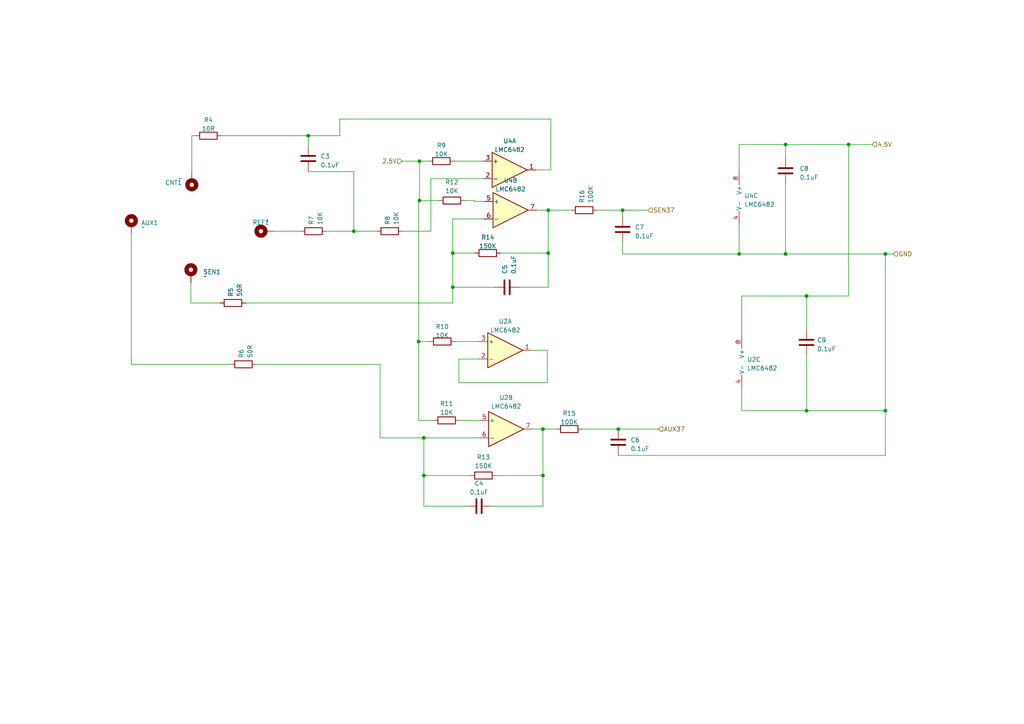
<source format=kicad_sch>
(kicad_sch (version 20230121) (generator eeschema)

  (uuid 0733ce5f-2cf3-4e4b-9766-f6fdc42d514b)

  (paper "A4")

  (lib_symbols
    (symbol "Amplifier_Operational:LMC6482" (pin_names (offset 0.127)) (in_bom yes) (on_board yes)
      (property "Reference" "U" (at 0 5.08 0)
        (effects (font (size 1.27 1.27)) (justify left))
      )
      (property "Value" "LMC6482" (at 0 -5.08 0)
        (effects (font (size 1.27 1.27)) (justify left))
      )
      (property "Footprint" "" (at 0 0 0)
        (effects (font (size 1.27 1.27)) hide)
      )
      (property "Datasheet" "http://www.ti.com/lit/ds/symlink/lmc6482.pdf" (at 0 0 0)
        (effects (font (size 1.27 1.27)) hide)
      )
      (property "ki_locked" "" (at 0 0 0)
        (effects (font (size 1.27 1.27)))
      )
      (property "ki_keywords" "dual opamp" (at 0 0 0)
        (effects (font (size 1.27 1.27)) hide)
      )
      (property "ki_description" "Dual CMOS Rail-to-Rail Input and Output Operational Amplifier, DIP-8/SOIC-8, SSOP-8" (at 0 0 0)
        (effects (font (size 1.27 1.27)) hide)
      )
      (property "ki_fp_filters" "SOIC*3.9x4.9mm*P1.27mm* DIP*W7.62mm* TO*99* OnSemi*Micro8* TSSOP*3x3mm*P0.65mm* TSSOP*4.4x3mm*P0.65mm* MSOP*3x3mm*P0.65mm* SSOP*3.9x4.9mm*P0.635mm* LFCSP*2x2mm*P0.5mm* *SIP* SOIC*5.3x6.2mm*P1.27mm*" (at 0 0 0)
        (effects (font (size 1.27 1.27)) hide)
      )
      (symbol "LMC6482_1_1"
        (polyline
          (pts
            (xy -5.08 5.08)
            (xy 5.08 0)
            (xy -5.08 -5.08)
            (xy -5.08 5.08)
          )
          (stroke (width 0.254) (type default))
          (fill (type background))
        )
        (pin output line (at 7.62 0 180) (length 2.54)
          (name "~" (effects (font (size 1.27 1.27))))
          (number "1" (effects (font (size 1.27 1.27))))
        )
        (pin input line (at -7.62 -2.54 0) (length 2.54)
          (name "-" (effects (font (size 1.27 1.27))))
          (number "2" (effects (font (size 1.27 1.27))))
        )
        (pin input line (at -7.62 2.54 0) (length 2.54)
          (name "+" (effects (font (size 1.27 1.27))))
          (number "3" (effects (font (size 1.27 1.27))))
        )
      )
      (symbol "LMC6482_2_1"
        (polyline
          (pts
            (xy -5.08 5.08)
            (xy 5.08 0)
            (xy -5.08 -5.08)
            (xy -5.08 5.08)
          )
          (stroke (width 0.254) (type default))
          (fill (type background))
        )
        (pin input line (at -7.62 2.54 0) (length 2.54)
          (name "+" (effects (font (size 1.27 1.27))))
          (number "5" (effects (font (size 1.27 1.27))))
        )
        (pin input line (at -7.62 -2.54 0) (length 2.54)
          (name "-" (effects (font (size 1.27 1.27))))
          (number "6" (effects (font (size 1.27 1.27))))
        )
        (pin output line (at 7.62 0 180) (length 2.54)
          (name "~" (effects (font (size 1.27 1.27))))
          (number "7" (effects (font (size 1.27 1.27))))
        )
      )
      (symbol "LMC6482_3_1"
        (pin power_in line (at -2.54 -7.62 90) (length 3.81)
          (name "V-" (effects (font (size 1.27 1.27))))
          (number "4" (effects (font (size 1.27 1.27))))
        )
        (pin power_in line (at -2.54 7.62 270) (length 3.81)
          (name "V+" (effects (font (size 1.27 1.27))))
          (number "8" (effects (font (size 1.27 1.27))))
        )
      )
    )
    (symbol "Device:C" (pin_numbers hide) (pin_names (offset 0.254)) (in_bom yes) (on_board yes)
      (property "Reference" "C" (at 0.635 2.54 0)
        (effects (font (size 1.27 1.27)) (justify left))
      )
      (property "Value" "C" (at 0.635 -2.54 0)
        (effects (font (size 1.27 1.27)) (justify left))
      )
      (property "Footprint" "" (at 0.9652 -3.81 0)
        (effects (font (size 1.27 1.27)) hide)
      )
      (property "Datasheet" "~" (at 0 0 0)
        (effects (font (size 1.27 1.27)) hide)
      )
      (property "ki_keywords" "cap capacitor" (at 0 0 0)
        (effects (font (size 1.27 1.27)) hide)
      )
      (property "ki_description" "Unpolarized capacitor" (at 0 0 0)
        (effects (font (size 1.27 1.27)) hide)
      )
      (property "ki_fp_filters" "C_*" (at 0 0 0)
        (effects (font (size 1.27 1.27)) hide)
      )
      (symbol "C_0_1"
        (polyline
          (pts
            (xy -2.032 -0.762)
            (xy 2.032 -0.762)
          )
          (stroke (width 0.508) (type default))
          (fill (type none))
        )
        (polyline
          (pts
            (xy -2.032 0.762)
            (xy 2.032 0.762)
          )
          (stroke (width 0.508) (type default))
          (fill (type none))
        )
      )
      (symbol "C_1_1"
        (pin passive line (at 0 3.81 270) (length 2.794)
          (name "~" (effects (font (size 1.27 1.27))))
          (number "1" (effects (font (size 1.27 1.27))))
        )
        (pin passive line (at 0 -3.81 90) (length 2.794)
          (name "~" (effects (font (size 1.27 1.27))))
          (number "2" (effects (font (size 1.27 1.27))))
        )
      )
    )
    (symbol "Device:R" (pin_numbers hide) (pin_names (offset 0)) (in_bom yes) (on_board yes)
      (property "Reference" "R" (at 2.032 0 90)
        (effects (font (size 1.27 1.27)))
      )
      (property "Value" "R" (at 0 0 90)
        (effects (font (size 1.27 1.27)))
      )
      (property "Footprint" "" (at -1.778 0 90)
        (effects (font (size 1.27 1.27)) hide)
      )
      (property "Datasheet" "~" (at 0 0 0)
        (effects (font (size 1.27 1.27)) hide)
      )
      (property "ki_keywords" "R res resistor" (at 0 0 0)
        (effects (font (size 1.27 1.27)) hide)
      )
      (property "ki_description" "Resistor" (at 0 0 0)
        (effects (font (size 1.27 1.27)) hide)
      )
      (property "ki_fp_filters" "R_*" (at 0 0 0)
        (effects (font (size 1.27 1.27)) hide)
      )
      (symbol "R_0_1"
        (rectangle (start -1.016 -2.54) (end 1.016 2.54)
          (stroke (width 0.254) (type default))
          (fill (type none))
        )
      )
      (symbol "R_1_1"
        (pin passive line (at 0 3.81 270) (length 1.27)
          (name "~" (effects (font (size 1.27 1.27))))
          (number "1" (effects (font (size 1.27 1.27))))
        )
        (pin passive line (at 0 -3.81 90) (length 1.27)
          (name "~" (effects (font (size 1.27 1.27))))
          (number "2" (effects (font (size 1.27 1.27))))
        )
      )
    )
    (symbol "Mechanical:MountingHole_Pad" (pin_numbers hide) (pin_names (offset 1.016) hide) (in_bom yes) (on_board yes)
      (property "Reference" "H" (at 0 6.35 0)
        (effects (font (size 1.27 1.27)))
      )
      (property "Value" "MountingHole_Pad" (at 0 4.445 0)
        (effects (font (size 1.27 1.27)))
      )
      (property "Footprint" "" (at 0 0 0)
        (effects (font (size 1.27 1.27)) hide)
      )
      (property "Datasheet" "~" (at 0 0 0)
        (effects (font (size 1.27 1.27)) hide)
      )
      (property "ki_keywords" "mounting hole" (at 0 0 0)
        (effects (font (size 1.27 1.27)) hide)
      )
      (property "ki_description" "Mounting Hole with connection" (at 0 0 0)
        (effects (font (size 1.27 1.27)) hide)
      )
      (property "ki_fp_filters" "MountingHole*Pad*" (at 0 0 0)
        (effects (font (size 1.27 1.27)) hide)
      )
      (symbol "MountingHole_Pad_0_1"
        (circle (center 0 1.27) (radius 1.27)
          (stroke (width 1.27) (type default))
          (fill (type none))
        )
      )
      (symbol "MountingHole_Pad_1_1"
        (pin input line (at 0 -2.54 90) (length 2.54)
          (name "1" (effects (font (size 1.27 1.27))))
          (number "1" (effects (font (size 1.27 1.27))))
        )
      )
    )
  )

  (junction (at 227.838 73.66) (diameter 0) (color 0 0 0 0)
    (uuid 0efcb452-e29b-4fd1-bc3c-3da45a00dfa9)
  )
  (junction (at 179.324 124.46) (diameter 0) (color 0 0 0 0)
    (uuid 1c0a0631-2b9b-4afe-bcb8-e46315c0b1b1)
  )
  (junction (at 121.412 99.06) (diameter 0) (color 0 0 0 0)
    (uuid 22ac7e53-fb85-4012-a40c-41e199a482b5)
  )
  (junction (at 256.794 119.126) (diameter 0) (color 0 0 0 0)
    (uuid 3c08160d-9acc-4183-b932-c5935d093695)
  )
  (junction (at 131.318 83.312) (diameter 0) (color 0 0 0 0)
    (uuid 40267bf8-5599-42ba-8d6f-b382d32aca0b)
  )
  (junction (at 227.838 41.91) (diameter 0) (color 0 0 0 0)
    (uuid 42d3bfae-b437-4557-8aaf-6cb43e8ced42)
  )
  (junction (at 256.794 73.66) (diameter 0) (color 0 0 0 0)
    (uuid 4c0be0e4-f91c-4aa3-8c36-63055493c406)
  )
  (junction (at 157.48 137.922) (diameter 0) (color 0 0 0 0)
    (uuid 579cda31-76c9-4232-aabe-995a97417c2d)
  )
  (junction (at 214.376 73.66) (diameter 0) (color 0 0 0 0)
    (uuid 66d69634-c372-4d80-ab0b-e50cc342d6de)
  )
  (junction (at 233.934 119.126) (diameter 0) (color 0 0 0 0)
    (uuid 82eb9353-98bc-4022-91c0-aa0a306589b3)
  )
  (junction (at 159.004 60.96) (diameter 0) (color 0 0 0 0)
    (uuid 8783f3ec-612f-4be7-80ec-105a681c312c)
  )
  (junction (at 122.936 137.922) (diameter 0) (color 0 0 0 0)
    (uuid 8894603c-13fb-41e4-989a-a94af3581009)
  )
  (junction (at 122.936 127) (diameter 0) (color 0 0 0 0)
    (uuid 8996c58d-e4cb-41c3-87c0-a9e26633c062)
  )
  (junction (at 121.666 58.166) (diameter 0) (color 0 0 0 0)
    (uuid 96a616da-208c-4e44-8724-b03e2b7ebfd9)
  )
  (junction (at 102.616 67.056) (diameter 0) (color 0 0 0 0)
    (uuid 992a22ae-9631-486a-adef-98754feb4813)
  )
  (junction (at 233.934 85.852) (diameter 0) (color 0 0 0 0)
    (uuid bc92b8bb-6bcd-4653-97c0-a75d1b64a7eb)
  )
  (junction (at 246.126 41.91) (diameter 0) (color 0 0 0 0)
    (uuid c3ffea6f-f392-47de-abf1-879e13673579)
  )
  (junction (at 89.408 39.37) (diameter 0) (color 0 0 0 0)
    (uuid cb3f54a9-60cc-4e67-8faa-4f6191760981)
  )
  (junction (at 180.594 60.96) (diameter 0) (color 0 0 0 0)
    (uuid e7e35203-4d65-420b-a0a4-b43d9a73bfb1)
  )
  (junction (at 131.318 73.406) (diameter 0) (color 0 0 0 0)
    (uuid e86a6e3f-b1b3-4302-a8c3-ac063ae43e15)
  )
  (junction (at 121.666 46.736) (diameter 0) (color 0 0 0 0)
    (uuid eb2fcf10-8916-4148-955b-a54701fd2c0e)
  )
  (junction (at 159.004 73.406) (diameter 0) (color 0 0 0 0)
    (uuid f288190c-51b4-474e-a747-6077b9e7caa2)
  )
  (junction (at 157.48 124.46) (diameter 0) (color 0 0 0 0)
    (uuid fee0fdb2-fcad-472b-8200-9226b5603f94)
  )

  (wire (pts (xy 131.318 63.5) (xy 140.462 63.5))
    (stroke (width 0) (type default))
    (uuid 007484f8-4c9b-41bc-a69f-1c8dac0f20ca)
  )
  (wire (pts (xy 135.128 146.812) (xy 122.936 146.812))
    (stroke (width 0) (type default))
    (uuid 0321d380-9a59-4813-8853-996ef774a1d6)
  )
  (wire (pts (xy 227.838 53.34) (xy 227.838 73.66))
    (stroke (width 0) (type default))
    (uuid 045ce9d9-0da1-48f7-9543-cf6157e60d87)
  )
  (wire (pts (xy 154.178 101.6) (xy 158.75 101.6))
    (stroke (width 0) (type default))
    (uuid 0eee5b5c-3d9b-4f36-974d-c54171b39e38)
  )
  (wire (pts (xy 233.934 119.126) (xy 256.794 119.126))
    (stroke (width 0) (type default))
    (uuid 0f103eef-58da-4464-af16-265d17733c19)
  )
  (wire (pts (xy 191.008 124.46) (xy 179.324 124.46))
    (stroke (width 0) (type default))
    (uuid 11206d36-0cf3-4230-a6d2-cbcc9161e2b9)
  )
  (wire (pts (xy 122.936 137.922) (xy 122.936 127))
    (stroke (width 0) (type default))
    (uuid 12a3c0f1-b9e3-4811-ad60-cb9f298a34a6)
  )
  (wire (pts (xy 157.48 124.46) (xy 161.29 124.46))
    (stroke (width 0) (type default))
    (uuid 13d93b91-420e-4421-8663-fadd26a63439)
  )
  (wire (pts (xy 102.616 49.784) (xy 102.616 67.056))
    (stroke (width 0) (type default))
    (uuid 1a28caff-faf6-4003-8f11-a97474efec08)
  )
  (wire (pts (xy 79.502 67.056) (xy 87.122 67.056))
    (stroke (width 0) (type default))
    (uuid 1a9e6ec5-cbff-4b07-9337-f4adadf9cedf)
  )
  (wire (pts (xy 159.004 60.96) (xy 155.702 60.96))
    (stroke (width 0) (type default))
    (uuid 1edd5fbf-85a0-4c43-9417-b27282623a37)
  )
  (wire (pts (xy 137.668 58.166) (xy 137.668 58.42))
    (stroke (width 0) (type default))
    (uuid 1f356945-9451-4858-8e94-932d43446f52)
  )
  (wire (pts (xy 214.376 73.66) (xy 227.838 73.66))
    (stroke (width 0) (type default))
    (uuid 20248b78-c19e-4a78-b4aa-67e845249cc3)
  )
  (wire (pts (xy 157.48 146.812) (xy 157.48 137.922))
    (stroke (width 0) (type default))
    (uuid 20c7ed75-8cba-48b0-bb0c-f571a9da1097)
  )
  (wire (pts (xy 98.552 39.37) (xy 89.408 39.37))
    (stroke (width 0) (type default))
    (uuid 22eb9b45-e9a5-4388-aadf-301f1e84d47a)
  )
  (wire (pts (xy 155.448 49.276) (xy 159.766 49.276))
    (stroke (width 0) (type default))
    (uuid 23546239-91ff-4212-abd6-0ce3955db227)
  )
  (wire (pts (xy 252.984 41.91) (xy 246.126 41.91))
    (stroke (width 0) (type default))
    (uuid 26b0148f-3e45-4d66-896b-4b8c6da0cfa1)
  )
  (wire (pts (xy 124.968 67.056) (xy 116.84 67.056))
    (stroke (width 0) (type default))
    (uuid 284f3a14-50a9-491b-9053-950cee9af78f)
  )
  (wire (pts (xy 157.48 137.922) (xy 157.48 124.46))
    (stroke (width 0) (type default))
    (uuid 29131b7c-1b15-4b2a-80bc-278c7c9768c4)
  )
  (wire (pts (xy 131.318 73.406) (xy 131.318 83.312))
    (stroke (width 0) (type default))
    (uuid 2ca88cc8-a738-4a68-af62-4469f2a5f914)
  )
  (wire (pts (xy 124.968 51.816) (xy 124.968 67.056))
    (stroke (width 0) (type default))
    (uuid 2eb83e5c-979b-4369-8696-3f918e7cb10c)
  )
  (wire (pts (xy 233.934 95.504) (xy 233.934 85.852))
    (stroke (width 0) (type default))
    (uuid 30f3f7ae-b88d-4780-bf08-e7d30791d2a6)
  )
  (wire (pts (xy 122.936 146.812) (xy 122.936 137.922))
    (stroke (width 0) (type default))
    (uuid 323e0c64-c9f2-4de9-a386-9643c5d04abe)
  )
  (wire (pts (xy 227.838 41.91) (xy 227.838 45.72))
    (stroke (width 0) (type default))
    (uuid 32f0f92c-5324-4d68-81df-006841479f6a)
  )
  (wire (pts (xy 94.742 67.056) (xy 102.616 67.056))
    (stroke (width 0) (type default))
    (uuid 3396ac87-ae46-4f99-9704-b99954e9c294)
  )
  (wire (pts (xy 180.594 73.66) (xy 214.376 73.66))
    (stroke (width 0) (type default))
    (uuid 33ba5717-c420-412f-86ab-a4296b193664)
  )
  (wire (pts (xy 74.422 105.664) (xy 110.236 105.664))
    (stroke (width 0) (type default))
    (uuid 33df1ab7-c847-4b21-96f0-469e46fa4e67)
  )
  (wire (pts (xy 98.552 34.544) (xy 98.552 39.37))
    (stroke (width 0) (type default))
    (uuid 3d7b76de-f0cd-47f7-b963-37553e34aae6)
  )
  (wire (pts (xy 134.874 58.166) (xy 137.668 58.166))
    (stroke (width 0) (type default))
    (uuid 3dc6c454-ee0f-41cf-8586-fcb46f7c32a6)
  )
  (wire (pts (xy 187.96 60.96) (xy 180.594 60.96))
    (stroke (width 0) (type default))
    (uuid 4082e190-49dc-4b46-9f45-e50b269f1ca9)
  )
  (wire (pts (xy 121.666 46.736) (xy 124.206 46.736))
    (stroke (width 0) (type default))
    (uuid 41676845-4abe-4b3c-bf16-9ba6dcf06375)
  )
  (wire (pts (xy 110.236 127) (xy 122.936 127))
    (stroke (width 0) (type default))
    (uuid 420bf18e-e14e-4a42-b1f3-63f9ca118c3d)
  )
  (wire (pts (xy 246.126 41.91) (xy 227.838 41.91))
    (stroke (width 0) (type default))
    (uuid 454bac7e-61eb-482e-953b-ad55864061cd)
  )
  (wire (pts (xy 179.324 132.08) (xy 256.794 132.08))
    (stroke (width 0) (type default))
    (uuid 474ea8e3-7ae6-4b31-a5cc-fb75a5100b68)
  )
  (wire (pts (xy 121.412 58.166) (xy 121.666 58.166))
    (stroke (width 0) (type default))
    (uuid 498ca2ce-5ccd-49e2-819e-e6f3d395ef90)
  )
  (wire (pts (xy 214.376 41.91) (xy 214.376 49.784))
    (stroke (width 0) (type default))
    (uuid 4cbcf903-0cbd-4dea-895f-052bf968696e)
  )
  (wire (pts (xy 38.1 105.664) (xy 66.802 105.664))
    (stroke (width 0) (type default))
    (uuid 4f3a18f1-7b9a-4c9c-be84-c7b0cd3f1022)
  )
  (wire (pts (xy 55.626 39.37) (xy 55.626 49.784))
    (stroke (width 0) (type default))
    (uuid 4fce1862-7018-45e5-8f25-67dc7be55e6d)
  )
  (wire (pts (xy 121.412 121.92) (xy 121.412 99.06))
    (stroke (width 0) (type default))
    (uuid 5067ebc7-dd4a-4838-ae8d-23fa35f17576)
  )
  (wire (pts (xy 227.838 73.66) (xy 256.794 73.66))
    (stroke (width 0) (type default))
    (uuid 52c779da-05cd-4a56-b003-d36da072eb2b)
  )
  (wire (pts (xy 137.668 58.42) (xy 140.462 58.42))
    (stroke (width 0) (type default))
    (uuid 54f3ad30-50f6-498d-bad6-03c2222b31a1)
  )
  (wire (pts (xy 89.408 49.784) (xy 102.616 49.784))
    (stroke (width 0) (type default))
    (uuid 55d3cf8f-000c-409e-87e9-277998750c89)
  )
  (wire (pts (xy 110.236 105.664) (xy 110.236 127))
    (stroke (width 0) (type default))
    (uuid 565bf26e-a3dc-4c1d-ac58-5d7ffe2b99e1)
  )
  (wire (pts (xy 215.138 112.522) (xy 215.138 119.126))
    (stroke (width 0) (type default))
    (uuid 5b4d54bf-9396-48d7-b6e7-c2d835f5b9f0)
  )
  (wire (pts (xy 233.934 103.124) (xy 233.934 119.126))
    (stroke (width 0) (type default))
    (uuid 60bf0c53-82a6-4478-ae96-9abfa3cfd2ca)
  )
  (wire (pts (xy 180.594 70.358) (xy 180.594 73.66))
    (stroke (width 0) (type default))
    (uuid 60e5f4eb-3ceb-4a8c-9131-d6243de8f5e9)
  )
  (wire (pts (xy 158.75 101.6) (xy 158.75 110.998))
    (stroke (width 0) (type default))
    (uuid 67cc3f19-cad8-4a19-ac67-b8f78a480e70)
  )
  (wire (pts (xy 55.372 87.884) (xy 63.754 87.884))
    (stroke (width 0) (type default))
    (uuid 67dc171a-ff6d-485f-b938-11fb5a7fe9d1)
  )
  (wire (pts (xy 127.254 58.166) (xy 121.666 58.166))
    (stroke (width 0) (type default))
    (uuid 689fddda-9d88-4c0c-a79e-425fdcae2e44)
  )
  (wire (pts (xy 215.138 97.282) (xy 215.138 85.852))
    (stroke (width 0) (type default))
    (uuid 69bae47e-264a-4748-a7ac-f3c72fda1d7b)
  )
  (wire (pts (xy 116.586 46.736) (xy 121.666 46.736))
    (stroke (width 0) (type default))
    (uuid 6cb6102f-8280-48c1-b278-dd662c68d8d4)
  )
  (wire (pts (xy 159.004 83.312) (xy 159.004 73.406))
    (stroke (width 0) (type default))
    (uuid 6e428b09-6b43-4f2d-82c1-d80c2333c701)
  )
  (wire (pts (xy 64.262 39.37) (xy 89.408 39.37))
    (stroke (width 0) (type default))
    (uuid 6f05fe69-c1d7-4628-a2a8-c99e91a3fc78)
  )
  (wire (pts (xy 180.594 60.96) (xy 180.594 62.738))
    (stroke (width 0) (type default))
    (uuid 7411a563-cfc9-448d-ba95-68fda6da691b)
  )
  (wire (pts (xy 137.668 73.406) (xy 131.318 73.406))
    (stroke (width 0) (type default))
    (uuid 76a75e5d-ea95-4b8b-adc1-e36483ca29ca)
  )
  (wire (pts (xy 256.794 119.126) (xy 256.794 73.66))
    (stroke (width 0) (type default))
    (uuid 7bd6379b-c8ca-44f1-bcea-3f214259340a)
  )
  (wire (pts (xy 215.138 85.852) (xy 233.934 85.852))
    (stroke (width 0) (type default))
    (uuid 801fcab9-114e-463b-90d8-66c5fba535f8)
  )
  (wire (pts (xy 233.934 85.852) (xy 246.126 85.852))
    (stroke (width 0) (type default))
    (uuid 8141851c-3906-4c1f-8a64-0fbbc74d29b6)
  )
  (wire (pts (xy 256.794 132.08) (xy 256.794 119.126))
    (stroke (width 0) (type default))
    (uuid 81cdfc80-f805-4299-a74a-6ad23de17405)
  )
  (wire (pts (xy 131.826 46.736) (xy 140.208 46.736))
    (stroke (width 0) (type default))
    (uuid 824bc10d-8874-4a63-9490-679cbd1cfb55)
  )
  (wire (pts (xy 89.408 39.37) (xy 89.408 42.164))
    (stroke (width 0) (type default))
    (uuid 8baf6b83-f9ef-424b-81ce-e3a22b8f3d0a)
  )
  (wire (pts (xy 122.936 127) (xy 139.192 127))
    (stroke (width 0) (type default))
    (uuid 8e7a46f8-a189-4e62-83a4-c2a12f1688ff)
  )
  (wire (pts (xy 136.398 137.922) (xy 122.936 137.922))
    (stroke (width 0) (type default))
    (uuid 8ff5beae-7fe7-4dcc-a145-af6f5b6ed03b)
  )
  (wire (pts (xy 121.666 58.166) (xy 121.666 46.736))
    (stroke (width 0) (type default))
    (uuid 908fde31-545b-44a6-946c-23748b75476c)
  )
  (wire (pts (xy 256.794 73.66) (xy 259.08 73.66))
    (stroke (width 0) (type default))
    (uuid 92ffd76a-5d43-47de-8b0c-8b367fca701a)
  )
  (wire (pts (xy 215.138 119.126) (xy 233.934 119.126))
    (stroke (width 0) (type default))
    (uuid 934c06c2-4cb4-40bd-bd64-e912180976c8)
  )
  (wire (pts (xy 144.018 137.922) (xy 157.48 137.922))
    (stroke (width 0) (type default))
    (uuid 995285df-618a-4374-989d-580e2ebe028b)
  )
  (wire (pts (xy 158.75 110.998) (xy 133.096 110.998))
    (stroke (width 0) (type default))
    (uuid 9aa5d957-588c-4f9b-bcfe-02000c8be8fd)
  )
  (wire (pts (xy 133.096 104.14) (xy 138.938 104.14))
    (stroke (width 0) (type default))
    (uuid 9df8a6d2-bd86-4c6e-bca6-59c78e988573)
  )
  (wire (pts (xy 131.318 83.312) (xy 143.256 83.312))
    (stroke (width 0) (type default))
    (uuid 9fc16e9b-1c5a-45a2-a107-69dcd4ae44e7)
  )
  (wire (pts (xy 159.766 49.276) (xy 159.766 34.544))
    (stroke (width 0) (type default))
    (uuid a142e289-ada3-4d1a-87c7-49aec376e435)
  )
  (wire (pts (xy 165.608 60.96) (xy 159.004 60.96))
    (stroke (width 0) (type default))
    (uuid a87ae0f5-eb1f-4b5d-a1d5-e5fcbfa99854)
  )
  (wire (pts (xy 154.432 124.46) (xy 157.48 124.46))
    (stroke (width 0) (type default))
    (uuid a8f54993-c24a-472d-aee1-4e6d09535e1c)
  )
  (wire (pts (xy 131.318 83.312) (xy 131.318 87.884))
    (stroke (width 0) (type default))
    (uuid b6273c25-23ae-4613-804c-2b3dd183a89d)
  )
  (wire (pts (xy 159.766 34.544) (xy 98.552 34.544))
    (stroke (width 0) (type default))
    (uuid ba9e68c7-6c1f-4c6b-aa2f-6b908b5b165c)
  )
  (wire (pts (xy 133.35 121.92) (xy 139.192 121.92))
    (stroke (width 0) (type default))
    (uuid c02538d0-fa62-4a69-9ca9-d3f03345c25a)
  )
  (wire (pts (xy 145.288 73.406) (xy 159.004 73.406))
    (stroke (width 0) (type default))
    (uuid c0cb4515-8463-4b41-b1ce-f539f265b5a2)
  )
  (wire (pts (xy 121.412 58.166) (xy 121.412 99.06))
    (stroke (width 0) (type default))
    (uuid c3f30a9d-2dd2-4928-9e9e-4c71e6f3ddae)
  )
  (wire (pts (xy 102.616 67.056) (xy 109.22 67.056))
    (stroke (width 0) (type default))
    (uuid c7f997be-7c6f-4317-bb4e-3feda281d6c9)
  )
  (wire (pts (xy 38.1 67.818) (xy 38.1 105.664))
    (stroke (width 0) (type default))
    (uuid c9321aea-4a0c-4355-8ac9-e9ddda4f5200)
  )
  (wire (pts (xy 159.004 60.96) (xy 159.004 73.406))
    (stroke (width 0) (type default))
    (uuid cb8e20de-4e12-4235-97df-46be29ddad90)
  )
  (wire (pts (xy 71.374 87.884) (xy 131.318 87.884))
    (stroke (width 0) (type default))
    (uuid cd861156-2061-4d8a-ad48-fc171207888a)
  )
  (wire (pts (xy 124.46 99.06) (xy 121.412 99.06))
    (stroke (width 0) (type default))
    (uuid cff7ef7f-54c0-4e32-bf1f-56e889bcda36)
  )
  (wire (pts (xy 132.08 99.06) (xy 138.938 99.06))
    (stroke (width 0) (type default))
    (uuid d194fc26-0e22-4b71-8893-cf326aed0e83)
  )
  (wire (pts (xy 55.626 39.37) (xy 56.642 39.37))
    (stroke (width 0) (type default))
    (uuid d34d7e67-5bac-4f23-ba6f-bcf52e2bc39d)
  )
  (wire (pts (xy 150.876 83.312) (xy 159.004 83.312))
    (stroke (width 0) (type default))
    (uuid d9ef4d49-b410-4b9e-9442-ec1ccec19407)
  )
  (wire (pts (xy 140.208 51.816) (xy 124.968 51.816))
    (stroke (width 0) (type default))
    (uuid daeb887f-c8e8-4dfa-8f63-7c0144094846)
  )
  (wire (pts (xy 246.126 41.91) (xy 246.126 85.852))
    (stroke (width 0) (type default))
    (uuid dd923a2e-cd17-4fad-9b77-1f6ef1607806)
  )
  (wire (pts (xy 125.73 121.92) (xy 121.412 121.92))
    (stroke (width 0) (type default))
    (uuid de4fbd88-fba1-4ed0-94b4-529aedfc0266)
  )
  (wire (pts (xy 55.372 82.042) (xy 55.372 87.884))
    (stroke (width 0) (type default))
    (uuid e028e5f8-7c9d-4b1f-a5d4-ba0b5a94bca8)
  )
  (wire (pts (xy 131.318 63.5) (xy 131.318 73.406))
    (stroke (width 0) (type default))
    (uuid e0ed18bd-ac20-45e9-a3ae-b6d580d40bc5)
  )
  (wire (pts (xy 227.838 41.91) (xy 214.376 41.91))
    (stroke (width 0) (type default))
    (uuid e104aa26-fd6a-43cb-8164-bf36405f0056)
  )
  (wire (pts (xy 168.91 124.46) (xy 179.324 124.46))
    (stroke (width 0) (type default))
    (uuid e3b02686-25fc-44b8-8a98-b6bb89585dc7)
  )
  (wire (pts (xy 173.228 60.96) (xy 180.594 60.96))
    (stroke (width 0) (type default))
    (uuid f073807f-4678-4dda-b432-3cd954bb1c9e)
  )
  (wire (pts (xy 214.376 73.66) (xy 214.376 65.024))
    (stroke (width 0) (type default))
    (uuid f4aaf9b2-051f-4cc3-8fee-e19fbf44e473)
  )
  (wire (pts (xy 142.748 146.812) (xy 157.48 146.812))
    (stroke (width 0) (type default))
    (uuid f5de62c4-f0fb-42da-b2ee-c078be4ee2cf)
  )
  (wire (pts (xy 133.096 110.998) (xy 133.096 104.14))
    (stroke (width 0) (type default))
    (uuid f7290ccd-01b1-4e99-a4a5-05b798e23123)
  )

  (hierarchical_label "AUX37" (shape input) (at 191.008 124.46 0) (fields_autoplaced)
    (effects (font (size 1.27 1.27)) (justify left))
    (uuid 07846f02-789b-4253-a1f6-02e6aa610a09)
  )
  (hierarchical_label "2.5V" (shape input) (at 116.586 46.736 180) (fields_autoplaced)
    (effects (font (size 1.27 1.27)) (justify right))
    (uuid 41051570-0b8d-4ff9-a7ad-549d2eeac1c4)
  )
  (hierarchical_label "4.5V" (shape input) (at 252.984 41.91 0) (fields_autoplaced)
    (effects (font (size 1.27 1.27)) (justify left))
    (uuid 5d8ab19d-f100-4d17-9a98-a4227a2f3ff1)
  )
  (hierarchical_label "GND" (shape input) (at 259.08 73.66 0) (fields_autoplaced)
    (effects (font (size 1.27 1.27)) (justify left))
    (uuid 8466e349-350e-49da-bab6-7d26d26efac8)
  )
  (hierarchical_label "SEN37" (shape input) (at 187.96 60.96 0) (fields_autoplaced)
    (effects (font (size 1.27 1.27)) (justify left))
    (uuid d98d78ef-7ccc-480f-aab1-e4ab1ebb09ec)
  )

  (symbol (lib_id "Device:C") (at 180.594 66.548 0) (unit 1)
    (in_bom yes) (on_board yes) (dnp no) (fields_autoplaced)
    (uuid 031eca36-d939-4aa7-a3f3-c642b8a2fefe)
    (property "Reference" "C7" (at 184.15 65.913 0)
      (effects (font (size 1.27 1.27)) (justify left))
    )
    (property "Value" "0.1uF" (at 184.15 68.453 0)
      (effects (font (size 1.27 1.27)) (justify left))
    )
    (property "Footprint" "Capacitor_SMD:C_01005_0402Metric" (at 181.5592 70.358 0)
      (effects (font (size 1.27 1.27)) hide)
    )
    (property "Datasheet" "~" (at 180.594 66.548 0)
      (effects (font (size 1.27 1.27)) hide)
    )
    (pin "1" (uuid e77b40ce-7a02-4c38-8e3c-90862256c7f3))
    (pin "2" (uuid cf94cd1c-d173-4f56-8cd8-b9ea13f54ac2))
    (instances
      (project "Air quality project"
        (path "/67b6672b-0c15-41a5-a844-17aa721018b8/e2c83066-cae4-4a4f-a05c-59cf4d457446"
          (reference "C7") (unit 1)
        )
        (path "/67b6672b-0c15-41a5-a844-17aa721018b8/be65ffb6-5f15-4847-ab99-a8924076e9fe"
          (reference "C37") (unit 1)
        )
        (path "/67b6672b-0c15-41a5-a844-17aa721018b8/3035e27d-5f39-47db-a1dc-4e296b99d19d"
          (reference "C259") (unit 1)
        )
      )
    )
  )

  (symbol (lib_id "Device:C") (at 138.938 146.812 90) (unit 1)
    (in_bom yes) (on_board yes) (dnp no) (fields_autoplaced)
    (uuid 079dbffc-8d36-4a82-9393-b78d21c8612a)
    (property "Reference" "C4" (at 138.938 140.208 90)
      (effects (font (size 1.27 1.27)))
    )
    (property "Value" "0.1uF" (at 138.938 142.748 90)
      (effects (font (size 1.27 1.27)))
    )
    (property "Footprint" "Capacitor_SMD:C_01005_0402Metric" (at 142.748 145.8468 0)
      (effects (font (size 1.27 1.27)) hide)
    )
    (property "Datasheet" "~" (at 138.938 146.812 0)
      (effects (font (size 1.27 1.27)) hide)
    )
    (pin "1" (uuid 26953be4-becb-4933-b570-69b3043a6387))
    (pin "2" (uuid 03feb5c7-ae67-4d2a-9f27-36aa156c4b75))
    (instances
      (project "Air quality project"
        (path "/67b6672b-0c15-41a5-a844-17aa721018b8/e2c83066-cae4-4a4f-a05c-59cf4d457446"
          (reference "C4") (unit 1)
        )
        (path "/67b6672b-0c15-41a5-a844-17aa721018b8/be65ffb6-5f15-4847-ab99-a8924076e9fe"
          (reference "C34") (unit 1)
        )
        (path "/67b6672b-0c15-41a5-a844-17aa721018b8/3035e27d-5f39-47db-a1dc-4e296b99d19d"
          (reference "C256") (unit 1)
        )
      )
    )
  )

  (symbol (lib_id "Device:R") (at 128.27 99.06 90) (unit 1)
    (in_bom yes) (on_board yes) (dnp no) (fields_autoplaced)
    (uuid 0da33a81-f761-47ea-80fa-ef4593a76f02)
    (property "Reference" "R10" (at 128.27 94.742 90)
      (effects (font (size 1.27 1.27)))
    )
    (property "Value" "10K" (at 128.27 97.282 90)
      (effects (font (size 1.27 1.27)))
    )
    (property "Footprint" "Resistor_SMD:R_0402_1005Metric" (at 128.27 100.838 90)
      (effects (font (size 1.27 1.27)) hide)
    )
    (property "Datasheet" "~" (at 128.27 99.06 0)
      (effects (font (size 1.27 1.27)) hide)
    )
    (pin "1" (uuid 5c6a8f3f-762d-402f-8988-cf4d5dd20717))
    (pin "2" (uuid 046defc4-30ce-4ff3-8053-3ae906c983ed))
    (instances
      (project "Air quality project"
        (path "/67b6672b-0c15-41a5-a844-17aa721018b8/e2c83066-cae4-4a4f-a05c-59cf4d457446"
          (reference "R10") (unit 1)
        )
        (path "/67b6672b-0c15-41a5-a844-17aa721018b8/be65ffb6-5f15-4847-ab99-a8924076e9fe"
          (reference "R49") (unit 1)
        )
        (path "/67b6672b-0c15-41a5-a844-17aa721018b8/3035e27d-5f39-47db-a1dc-4e296b99d19d"
          (reference "R478") (unit 1)
        )
      )
    )
  )

  (symbol (lib_id "Mechanical:MountingHole_Pad") (at 76.962 67.056 90) (unit 1)
    (in_bom yes) (on_board yes) (dnp no) (fields_autoplaced)
    (uuid 1852b531-f616-41ba-9839-ce59cb559283)
    (property "Reference" "REF1" (at 75.692 64.516 90)
      (effects (font (size 1.27 1.27)))
    )
    (property "Value" "~" (at 77.597 64.516 0)
      (effects (font (size 1.27 1.27)) (justify left))
    )
    (property "Footprint" "MountingHole:MountingHole_2.7mm_Pad" (at 76.962 67.056 0)
      (effects (font (size 1.27 1.27)) hide)
    )
    (property "Datasheet" "~" (at 76.962 67.056 0)
      (effects (font (size 1.27 1.27)) hide)
    )
    (pin "1" (uuid b243c598-c083-433e-97e1-6b350d0ceac5))
    (instances
      (project "Air quality project"
        (path "/67b6672b-0c15-41a5-a844-17aa721018b8/e2c83066-cae4-4a4f-a05c-59cf4d457446"
          (reference "REF1") (unit 1)
        )
        (path "/67b6672b-0c15-41a5-a844-17aa721018b8/be65ffb6-5f15-4847-ab99-a8924076e9fe"
          (reference "REF2") (unit 1)
        )
        (path "/67b6672b-0c15-41a5-a844-17aa721018b8/3035e27d-5f39-47db-a1dc-4e296b99d19d"
          (reference "REF37") (unit 1)
        )
      )
    )
  )

  (symbol (lib_id "Device:C") (at 147.066 83.312 90) (unit 1)
    (in_bom yes) (on_board yes) (dnp no)
    (uuid 1bf100c3-ca50-4132-90f2-b4e91d4b65e9)
    (property "Reference" "C5" (at 146.431 79.502 0)
      (effects (font (size 1.27 1.27)) (justify left))
    )
    (property "Value" "0.1uF" (at 148.971 79.502 0)
      (effects (font (size 1.27 1.27)) (justify left))
    )
    (property "Footprint" "Capacitor_SMD:C_01005_0402Metric" (at 150.876 82.3468 0)
      (effects (font (size 1.27 1.27)) hide)
    )
    (property "Datasheet" "~" (at 147.066 83.312 0)
      (effects (font (size 1.27 1.27)) hide)
    )
    (pin "1" (uuid 1bd094d0-4bf3-4bf2-a581-188dc98a256d))
    (pin "2" (uuid 2871a4b2-3f46-43ff-891c-0fea87e439d3))
    (instances
      (project "Air quality project"
        (path "/67b6672b-0c15-41a5-a844-17aa721018b8/e2c83066-cae4-4a4f-a05c-59cf4d457446"
          (reference "C5") (unit 1)
        )
        (path "/67b6672b-0c15-41a5-a844-17aa721018b8/be65ffb6-5f15-4847-ab99-a8924076e9fe"
          (reference "C35") (unit 1)
        )
        (path "/67b6672b-0c15-41a5-a844-17aa721018b8/3035e27d-5f39-47db-a1dc-4e296b99d19d"
          (reference "C257") (unit 1)
        )
      )
    )
  )

  (symbol (lib_id "Device:R") (at 169.418 60.96 90) (unit 1)
    (in_bom yes) (on_board yes) (dnp no)
    (uuid 1e43f289-d6fc-4b28-9e73-d4e2cfb6d787)
    (property "Reference" "R16" (at 168.783 58.928 0)
      (effects (font (size 1.27 1.27)) (justify left))
    )
    (property "Value" "100K" (at 171.323 58.928 0)
      (effects (font (size 1.27 1.27)) (justify left))
    )
    (property "Footprint" "Resistor_SMD:R_0402_1005Metric" (at 169.418 62.738 90)
      (effects (font (size 1.27 1.27)) hide)
    )
    (property "Datasheet" "~" (at 169.418 60.96 0)
      (effects (font (size 1.27 1.27)) hide)
    )
    (pin "1" (uuid 498daa5c-3b1e-45b2-9568-87637016302e))
    (pin "2" (uuid ad491b5d-6198-44df-85b8-0f0b1807f181))
    (instances
      (project "Air quality project"
        (path "/67b6672b-0c15-41a5-a844-17aa721018b8/e2c83066-cae4-4a4f-a05c-59cf4d457446"
          (reference "R16") (unit 1)
        )
        (path "/67b6672b-0c15-41a5-a844-17aa721018b8/be65ffb6-5f15-4847-ab99-a8924076e9fe"
          (reference "R71") (unit 1)
        )
        (path "/67b6672b-0c15-41a5-a844-17aa721018b8/3035e27d-5f39-47db-a1dc-4e296b99d19d"
          (reference "R484") (unit 1)
        )
      )
    )
  )

  (symbol (lib_id "Device:R") (at 113.03 67.056 90) (unit 1)
    (in_bom yes) (on_board yes) (dnp no)
    (uuid 1fa6e66f-fb3b-40f0-9028-5a4073b74f1e)
    (property "Reference" "R8" (at 112.395 65.278 0)
      (effects (font (size 1.27 1.27)) (justify left))
    )
    (property "Value" "10K" (at 114.935 65.278 0)
      (effects (font (size 1.27 1.27)) (justify left))
    )
    (property "Footprint" "Resistor_SMD:R_0402_1005Metric" (at 113.03 68.834 90)
      (effects (font (size 1.27 1.27)) hide)
    )
    (property "Datasheet" "~" (at 113.03 67.056 0)
      (effects (font (size 1.27 1.27)) hide)
    )
    (pin "1" (uuid 09249bf1-8a39-4489-b56d-e7cb0ac5a1dc))
    (pin "2" (uuid 541f1797-89bf-4fd9-95da-1b135c38f678))
    (instances
      (project "Air quality project"
        (path "/67b6672b-0c15-41a5-a844-17aa721018b8/e2c83066-cae4-4a4f-a05c-59cf4d457446"
          (reference "R8") (unit 1)
        )
        (path "/67b6672b-0c15-41a5-a844-17aa721018b8/be65ffb6-5f15-4847-ab99-a8924076e9fe"
          (reference "R39") (unit 1)
        )
        (path "/67b6672b-0c15-41a5-a844-17aa721018b8/3035e27d-5f39-47db-a1dc-4e296b99d19d"
          (reference "R476") (unit 1)
        )
      )
    )
  )

  (symbol (lib_id "Device:R") (at 60.452 39.37 270) (unit 1)
    (in_bom yes) (on_board yes) (dnp no) (fields_autoplaced)
    (uuid 2771018b-dc65-44e4-9365-c1cb8010e037)
    (property "Reference" "R4" (at 60.452 34.798 90)
      (effects (font (size 1.27 1.27)))
    )
    (property "Value" "10R" (at 60.452 37.338 90)
      (effects (font (size 1.27 1.27)))
    )
    (property "Footprint" "Resistor_SMD:R_0402_1005Metric" (at 60.452 37.592 90)
      (effects (font (size 1.27 1.27)) hide)
    )
    (property "Datasheet" "~" (at 60.452 39.37 0)
      (effects (font (size 1.27 1.27)) hide)
    )
    (pin "1" (uuid 9bd63568-0d2a-4099-9c4e-cd42946d1ce3))
    (pin "2" (uuid b51b2d8e-c0fa-4097-8ba9-f225002c3a62))
    (instances
      (project "Air quality project"
        (path "/67b6672b-0c15-41a5-a844-17aa721018b8/e2c83066-cae4-4a4f-a05c-59cf4d457446"
          (reference "R4") (unit 1)
        )
        (path "/67b6672b-0c15-41a5-a844-17aa721018b8/be65ffb6-5f15-4847-ab99-a8924076e9fe"
          (reference "R19") (unit 1)
        )
        (path "/67b6672b-0c15-41a5-a844-17aa721018b8/3035e27d-5f39-47db-a1dc-4e296b99d19d"
          (reference "R472") (unit 1)
        )
      )
    )
  )

  (symbol (lib_id "Amplifier_Operational:LMC6482") (at 146.558 101.6 0) (unit 1)
    (in_bom yes) (on_board yes) (dnp no)
    (uuid 3017d675-7aa7-4ccd-9f5c-f89d6923a8f5)
    (property "Reference" "U2" (at 146.558 93.218 0)
      (effects (font (size 1.27 1.27)))
    )
    (property "Value" "LMC6482" (at 146.558 95.758 0)
      (effects (font (size 1.27 1.27)))
    )
    (property "Footprint" "Package_SO:SOIC-8_3.9x4.9mm_P1.27mm" (at 146.558 101.6 0)
      (effects (font (size 1.27 1.27)) hide)
    )
    (property "Datasheet" "http://www.ti.com/lit/ds/symlink/lmc6482.pdf" (at 146.558 101.6 0)
      (effects (font (size 1.27 1.27)) hide)
    )
    (pin "1" (uuid 07fe13a4-b996-4beb-8d23-c70b9b5f3820))
    (pin "2" (uuid 2d17896d-bca9-43a8-8c5c-3aabb55bd4ff))
    (pin "3" (uuid 1241efec-b2c1-4135-9cac-b5e23cdf6dbc))
    (pin "5" (uuid dbf6e14b-09ff-4cc6-88a0-9ada57742af2))
    (pin "6" (uuid a9d3e155-a0a5-48b8-ad01-270b6effe986))
    (pin "7" (uuid 2e38fee3-7d8c-47f0-a6b9-2671227758c9))
    (pin "4" (uuid bdd0d834-8db6-499c-a508-90c2f596f30f))
    (pin "8" (uuid 0ce173b8-05bf-4229-84be-a731b2d379af))
    (instances
      (project "Air quality project"
        (path "/67b6672b-0c15-41a5-a844-17aa721018b8/e2c83066-cae4-4a4f-a05c-59cf4d457446"
          (reference "U2") (unit 1)
        )
        (path "/67b6672b-0c15-41a5-a844-17aa721018b8/be65ffb6-5f15-4847-ab99-a8924076e9fe"
          (reference "U8") (unit 1)
        )
        (path "/67b6672b-0c15-41a5-a844-17aa721018b8/3035e27d-5f39-47db-a1dc-4e296b99d19d"
          (reference "U75") (unit 1)
        )
      )
    )
  )

  (symbol (lib_id "Mechanical:MountingHole_Pad") (at 38.1 65.278 0) (unit 1)
    (in_bom yes) (on_board yes) (dnp no)
    (uuid 31f5929b-60a2-4342-9c0a-c98e5eb8f284)
    (property "Reference" "AUX1" (at 40.894 64.643 0)
      (effects (font (size 1.27 1.27)) (justify left))
    )
    (property "Value" "~" (at 40.894 65.913 0)
      (effects (font (size 1.27 1.27)) (justify left))
    )
    (property "Footprint" "MountingHole:MountingHole_2.7mm_Pad" (at 38.1 65.278 0)
      (effects (font (size 1.27 1.27)) hide)
    )
    (property "Datasheet" "~" (at 38.1 65.278 0)
      (effects (font (size 1.27 1.27)) hide)
    )
    (pin "1" (uuid a6a332de-c235-4754-97da-7d120ccc09b0))
    (instances
      (project "Air quality project"
        (path "/67b6672b-0c15-41a5-a844-17aa721018b8/e2c83066-cae4-4a4f-a05c-59cf4d457446"
          (reference "AUX1") (unit 1)
        )
        (path "/67b6672b-0c15-41a5-a844-17aa721018b8/be65ffb6-5f15-4847-ab99-a8924076e9fe"
          (reference "AUX2") (unit 1)
        )
        (path "/67b6672b-0c15-41a5-a844-17aa721018b8/3035e27d-5f39-47db-a1dc-4e296b99d19d"
          (reference "AUX37") (unit 1)
        )
      )
    )
  )

  (symbol (lib_id "Device:R") (at 141.478 73.406 90) (unit 1)
    (in_bom yes) (on_board yes) (dnp no) (fields_autoplaced)
    (uuid 3cae0404-1991-42c4-b844-913cb2fb4af3)
    (property "Reference" "R14" (at 141.478 68.834 90)
      (effects (font (size 1.27 1.27)))
    )
    (property "Value" "150K" (at 141.478 71.374 90)
      (effects (font (size 1.27 1.27)))
    )
    (property "Footprint" "Resistor_SMD:R_0402_1005Metric" (at 141.478 75.184 90)
      (effects (font (size 1.27 1.27)) hide)
    )
    (property "Datasheet" "~" (at 141.478 73.406 0)
      (effects (font (size 1.27 1.27)) hide)
    )
    (pin "1" (uuid 811cfafe-7507-4970-832d-142e6b61edce))
    (pin "2" (uuid 3b6ded7d-18d8-4e8d-95f1-7d0dc5aa7f55))
    (instances
      (project "Air quality project"
        (path "/67b6672b-0c15-41a5-a844-17aa721018b8/e2c83066-cae4-4a4f-a05c-59cf4d457446"
          (reference "R14") (unit 1)
        )
        (path "/67b6672b-0c15-41a5-a844-17aa721018b8/be65ffb6-5f15-4847-ab99-a8924076e9fe"
          (reference "R69") (unit 1)
        )
        (path "/67b6672b-0c15-41a5-a844-17aa721018b8/3035e27d-5f39-47db-a1dc-4e296b99d19d"
          (reference "R482") (unit 1)
        )
      )
    )
  )

  (symbol (lib_id "Device:C") (at 227.838 49.53 0) (unit 1)
    (in_bom yes) (on_board yes) (dnp no) (fields_autoplaced)
    (uuid 567989ab-1221-484a-82b9-e7dbd270ac1a)
    (property "Reference" "C8" (at 231.902 48.895 0)
      (effects (font (size 1.27 1.27)) (justify left))
    )
    (property "Value" "0.1uF" (at 231.902 51.435 0)
      (effects (font (size 1.27 1.27)) (justify left))
    )
    (property "Footprint" "Capacitor_SMD:C_01005_0402Metric" (at 228.8032 53.34 0)
      (effects (font (size 1.27 1.27)) hide)
    )
    (property "Datasheet" "~" (at 227.838 49.53 0)
      (effects (font (size 1.27 1.27)) hide)
    )
    (pin "1" (uuid 0f5cb2f8-cd52-4173-bc6c-92cd842623bf))
    (pin "2" (uuid 284d6ee1-1807-48cd-83f1-fb81ecc77715))
    (instances
      (project "Air quality project"
        (path "/67b6672b-0c15-41a5-a844-17aa721018b8/e2c83066-cae4-4a4f-a05c-59cf4d457446"
          (reference "C8") (unit 1)
        )
        (path "/67b6672b-0c15-41a5-a844-17aa721018b8/be65ffb6-5f15-4847-ab99-a8924076e9fe"
          (reference "C38") (unit 1)
        )
        (path "/67b6672b-0c15-41a5-a844-17aa721018b8/3035e27d-5f39-47db-a1dc-4e296b99d19d"
          (reference "C260") (unit 1)
        )
      )
    )
  )

  (symbol (lib_id "Amplifier_Operational:LMC6482") (at 216.916 57.404 0) (unit 3)
    (in_bom yes) (on_board yes) (dnp no) (fields_autoplaced)
    (uuid 57ffed7f-3903-4a19-a97d-adc0f178f9a6)
    (property "Reference" "U4" (at 215.9 56.769 0)
      (effects (font (size 1.27 1.27)) (justify left))
    )
    (property "Value" "LMC6482" (at 215.9 59.309 0)
      (effects (font (size 1.27 1.27)) (justify left))
    )
    (property "Footprint" "Package_SO:SOIC-8_3.9x4.9mm_P1.27mm" (at 216.916 57.404 0)
      (effects (font (size 1.27 1.27)) hide)
    )
    (property "Datasheet" "http://www.ti.com/lit/ds/symlink/lmc6482.pdf" (at 216.916 57.404 0)
      (effects (font (size 1.27 1.27)) hide)
    )
    (pin "1" (uuid 42791d0d-7717-4b04-a0ca-b0a647570e7e))
    (pin "2" (uuid 4a2fa161-9821-4b02-bf44-5123dc1327cb))
    (pin "3" (uuid 64a3c500-0113-480b-84b8-bf62972d5f8e))
    (pin "5" (uuid d00ef563-4214-461f-ba82-fc7819b91257))
    (pin "6" (uuid a6025e8c-eb59-4fda-bafe-a0fd2776d170))
    (pin "7" (uuid 893ff0da-9dcf-4d3e-aa6a-c4e684c3eff1))
    (pin "4" (uuid 655e53e8-21df-4613-b238-a00de115b9dd))
    (pin "8" (uuid 403d6509-a0fe-45a0-b94f-7f6eb2a93c32))
    (instances
      (project "Air quality project"
        (path "/67b6672b-0c15-41a5-a844-17aa721018b8/e2c83066-cae4-4a4f-a05c-59cf4d457446"
          (reference "U4") (unit 3)
        )
        (path "/67b6672b-0c15-41a5-a844-17aa721018b8/be65ffb6-5f15-4847-ab99-a8924076e9fe"
          (reference "U13") (unit 3)
        )
        (path "/67b6672b-0c15-41a5-a844-17aa721018b8/3035e27d-5f39-47db-a1dc-4e296b99d19d"
          (reference "U76") (unit 3)
        )
      )
    )
  )

  (symbol (lib_id "Amplifier_Operational:LMC6482") (at 147.828 49.276 0) (unit 1)
    (in_bom yes) (on_board yes) (dnp no) (fields_autoplaced)
    (uuid 5991522c-7845-43de-9bfd-e6c8cdf6bdc4)
    (property "Reference" "U4" (at 147.828 40.894 0)
      (effects (font (size 1.27 1.27)))
    )
    (property "Value" "LMC6482" (at 147.828 43.434 0)
      (effects (font (size 1.27 1.27)))
    )
    (property "Footprint" "Package_SO:SOIC-8_3.9x4.9mm_P1.27mm" (at 147.828 49.276 0)
      (effects (font (size 1.27 1.27)) hide)
    )
    (property "Datasheet" "http://www.ti.com/lit/ds/symlink/lmc6482.pdf" (at 147.828 49.276 0)
      (effects (font (size 1.27 1.27)) hide)
    )
    (pin "1" (uuid 8b765aa7-0e90-499e-ba01-b986951e8f3e))
    (pin "2" (uuid 57b2f444-8caa-4256-99f4-5dc7e7c15e02))
    (pin "3" (uuid 0afb7281-f3ca-4271-afa0-eecb3a7bc0b6))
    (pin "5" (uuid 7e217bec-f5f9-4503-96e2-e0cff25dde3f))
    (pin "6" (uuid ed4ead67-62ba-4dc4-86a0-f436eefe99dd))
    (pin "7" (uuid ef455054-ceb9-4486-86bb-c10142a92b1a))
    (pin "4" (uuid 0efdc872-5caf-4241-9340-e8ec1bb01b5b))
    (pin "8" (uuid 7d3e3f09-3aff-4bd7-8548-a79c845e659b))
    (instances
      (project "Air quality project"
        (path "/67b6672b-0c15-41a5-a844-17aa721018b8/e2c83066-cae4-4a4f-a05c-59cf4d457446"
          (reference "U4") (unit 1)
        )
        (path "/67b6672b-0c15-41a5-a844-17aa721018b8/be65ffb6-5f15-4847-ab99-a8924076e9fe"
          (reference "U13") (unit 1)
        )
        (path "/67b6672b-0c15-41a5-a844-17aa721018b8/3035e27d-5f39-47db-a1dc-4e296b99d19d"
          (reference "U76") (unit 1)
        )
      )
    )
  )

  (symbol (lib_id "Amplifier_Operational:LMC6482") (at 148.082 60.96 0) (unit 2)
    (in_bom yes) (on_board yes) (dnp no) (fields_autoplaced)
    (uuid 5c92631b-58c7-4904-b8da-aa5729112ad4)
    (property "Reference" "U4" (at 148.082 52.324 0)
      (effects (font (size 1.27 1.27)))
    )
    (property "Value" "LMC6482" (at 148.082 54.864 0)
      (effects (font (size 1.27 1.27)))
    )
    (property "Footprint" "Package_SO:SOIC-8_3.9x4.9mm_P1.27mm" (at 148.082 60.96 0)
      (effects (font (size 1.27 1.27)) hide)
    )
    (property "Datasheet" "http://www.ti.com/lit/ds/symlink/lmc6482.pdf" (at 148.082 60.96 0)
      (effects (font (size 1.27 1.27)) hide)
    )
    (pin "1" (uuid 9c1e9d8f-1c28-41e3-9575-41efbc51ba50))
    (pin "2" (uuid 1d0291f0-3ca2-4510-9705-02c12b2ea42d))
    (pin "3" (uuid 1f78b38e-dbc0-4584-b37f-86c494584341))
    (pin "5" (uuid c5797a5f-bb49-43e4-bf75-26aa5a7aa22b))
    (pin "6" (uuid 898c44b6-1131-4ff2-9896-4113662d5493))
    (pin "7" (uuid f41f82df-6557-4069-9db9-375c9e36a816))
    (pin "4" (uuid 06dc1765-d68c-4f67-a73b-d9fa7caa6956))
    (pin "8" (uuid 2077a737-d294-413f-b778-56afbb60776f))
    (instances
      (project "Air quality project"
        (path "/67b6672b-0c15-41a5-a844-17aa721018b8/e2c83066-cae4-4a4f-a05c-59cf4d457446"
          (reference "U4") (unit 2)
        )
        (path "/67b6672b-0c15-41a5-a844-17aa721018b8/be65ffb6-5f15-4847-ab99-a8924076e9fe"
          (reference "U13") (unit 2)
        )
        (path "/67b6672b-0c15-41a5-a844-17aa721018b8/3035e27d-5f39-47db-a1dc-4e296b99d19d"
          (reference "U76") (unit 2)
        )
      )
    )
  )

  (symbol (lib_id "Device:C") (at 233.934 99.314 0) (unit 1)
    (in_bom yes) (on_board yes) (dnp no)
    (uuid 64bf438c-eff2-4b87-921c-2e822ba08c31)
    (property "Reference" "C9" (at 236.982 98.679 0)
      (effects (font (size 1.27 1.27)) (justify left))
    )
    (property "Value" "0.1uF" (at 236.982 101.219 0)
      (effects (font (size 1.27 1.27)) (justify left))
    )
    (property "Footprint" "Capacitor_SMD:C_01005_0402Metric" (at 234.8992 103.124 0)
      (effects (font (size 1.27 1.27)) hide)
    )
    (property "Datasheet" "~" (at 233.934 99.314 0)
      (effects (font (size 1.27 1.27)) hide)
    )
    (pin "1" (uuid e2d158c3-da40-478f-854b-b553274ed774))
    (pin "2" (uuid 0760a704-fa23-42fb-83d8-75b5f748bc17))
    (instances
      (project "Air quality project"
        (path "/67b6672b-0c15-41a5-a844-17aa721018b8/e2c83066-cae4-4a4f-a05c-59cf4d457446"
          (reference "C9") (unit 1)
        )
        (path "/67b6672b-0c15-41a5-a844-17aa721018b8/be65ffb6-5f15-4847-ab99-a8924076e9fe"
          (reference "C39") (unit 1)
        )
        (path "/67b6672b-0c15-41a5-a844-17aa721018b8/3035e27d-5f39-47db-a1dc-4e296b99d19d"
          (reference "C261") (unit 1)
        )
      )
    )
  )

  (symbol (lib_id "Mechanical:MountingHole_Pad") (at 55.626 52.324 180) (unit 1)
    (in_bom yes) (on_board yes) (dnp no)
    (uuid 72ab7ac0-805d-40d9-84cb-32a5dc2b9821)
    (property "Reference" "CNT1" (at 52.832 52.959 0)
      (effects (font (size 1.27 1.27)) (justify left))
    )
    (property "Value" "~" (at 52.832 51.689 0)
      (effects (font (size 1.27 1.27)) (justify left))
    )
    (property "Footprint" "MountingHole:MountingHole_2.7mm_Pad" (at 55.626 52.324 0)
      (effects (font (size 1.27 1.27)) hide)
    )
    (property "Datasheet" "~" (at 55.626 52.324 0)
      (effects (font (size 1.27 1.27)) hide)
    )
    (pin "1" (uuid 539de4f6-b4c4-46b3-8139-7015ee965963))
    (instances
      (project "Air quality project"
        (path "/67b6672b-0c15-41a5-a844-17aa721018b8/e2c83066-cae4-4a4f-a05c-59cf4d457446"
          (reference "CNT1") (unit 1)
        )
        (path "/67b6672b-0c15-41a5-a844-17aa721018b8/be65ffb6-5f15-4847-ab99-a8924076e9fe"
          (reference "CNT2") (unit 1)
        )
        (path "/67b6672b-0c15-41a5-a844-17aa721018b8/3035e27d-5f39-47db-a1dc-4e296b99d19d"
          (reference "CNT37") (unit 1)
        )
      )
    )
  )

  (symbol (lib_id "Device:R") (at 129.54 121.92 90) (unit 1)
    (in_bom yes) (on_board yes) (dnp no) (fields_autoplaced)
    (uuid 7533426a-365a-425d-b8fd-8bc0c8cfb1e4)
    (property "Reference" "R11" (at 129.54 117.094 90)
      (effects (font (size 1.27 1.27)))
    )
    (property "Value" "10K" (at 129.54 119.634 90)
      (effects (font (size 1.27 1.27)))
    )
    (property "Footprint" "Resistor_SMD:R_0402_1005Metric" (at 129.54 123.698 90)
      (effects (font (size 1.27 1.27)) hide)
    )
    (property "Datasheet" "~" (at 129.54 121.92 0)
      (effects (font (size 1.27 1.27)) hide)
    )
    (pin "1" (uuid 2a57692b-59eb-4d2b-8d9b-581823781943))
    (pin "2" (uuid b411c1a8-be08-4736-9709-221a780f12aa))
    (instances
      (project "Air quality project"
        (path "/67b6672b-0c15-41a5-a844-17aa721018b8/e2c83066-cae4-4a4f-a05c-59cf4d457446"
          (reference "R11") (unit 1)
        )
        (path "/67b6672b-0c15-41a5-a844-17aa721018b8/be65ffb6-5f15-4847-ab99-a8924076e9fe"
          (reference "R54") (unit 1)
        )
        (path "/67b6672b-0c15-41a5-a844-17aa721018b8/3035e27d-5f39-47db-a1dc-4e296b99d19d"
          (reference "R479") (unit 1)
        )
      )
    )
  )

  (symbol (lib_id "Mechanical:MountingHole_Pad") (at 55.372 79.502 0) (unit 1)
    (in_bom yes) (on_board yes) (dnp no) (fields_autoplaced)
    (uuid 8b3f2ab7-cb26-4794-817d-307781458955)
    (property "Reference" "SEN1" (at 58.928 78.867 0)
      (effects (font (size 1.27 1.27)) (justify left))
    )
    (property "Value" "~" (at 58.928 80.137 0)
      (effects (font (size 1.27 1.27)) (justify left))
    )
    (property "Footprint" "MountingHole:MountingHole_2.7mm_Pad" (at 55.372 79.502 0)
      (effects (font (size 1.27 1.27)) hide)
    )
    (property "Datasheet" "~" (at 55.372 79.502 0)
      (effects (font (size 1.27 1.27)) hide)
    )
    (pin "1" (uuid cb7b6160-fb42-4ebf-b077-a32067a661a5))
    (instances
      (project "Air quality project"
        (path "/67b6672b-0c15-41a5-a844-17aa721018b8/e2c83066-cae4-4a4f-a05c-59cf4d457446"
          (reference "SEN1") (unit 1)
        )
        (path "/67b6672b-0c15-41a5-a844-17aa721018b8/be65ffb6-5f15-4847-ab99-a8924076e9fe"
          (reference "SEN2") (unit 1)
        )
        (path "/67b6672b-0c15-41a5-a844-17aa721018b8/3035e27d-5f39-47db-a1dc-4e296b99d19d"
          (reference "SEN37") (unit 1)
        )
      )
    )
  )

  (symbol (lib_id "Device:R") (at 128.016 46.736 90) (unit 1)
    (in_bom yes) (on_board yes) (dnp no) (fields_autoplaced)
    (uuid 9472fcb4-4a71-42e2-a171-b6c9f8749c8e)
    (property "Reference" "R9" (at 128.016 42.164 90)
      (effects (font (size 1.27 1.27)))
    )
    (property "Value" "10K" (at 128.016 44.704 90)
      (effects (font (size 1.27 1.27)))
    )
    (property "Footprint" "Resistor_SMD:R_0402_1005Metric" (at 128.016 48.514 90)
      (effects (font (size 1.27 1.27)) hide)
    )
    (property "Datasheet" "~" (at 128.016 46.736 0)
      (effects (font (size 1.27 1.27)) hide)
    )
    (pin "1" (uuid 01f3880f-20c6-492c-868d-7fe3891610cf))
    (pin "2" (uuid 367c496b-eea9-4338-a061-acbd46ede4dd))
    (instances
      (project "Air quality project"
        (path "/67b6672b-0c15-41a5-a844-17aa721018b8/e2c83066-cae4-4a4f-a05c-59cf4d457446"
          (reference "R9") (unit 1)
        )
        (path "/67b6672b-0c15-41a5-a844-17aa721018b8/be65ffb6-5f15-4847-ab99-a8924076e9fe"
          (reference "R44") (unit 1)
        )
        (path "/67b6672b-0c15-41a5-a844-17aa721018b8/3035e27d-5f39-47db-a1dc-4e296b99d19d"
          (reference "R477") (unit 1)
        )
      )
    )
  )

  (symbol (lib_id "Device:R") (at 165.1 124.46 90) (unit 1)
    (in_bom yes) (on_board yes) (dnp no) (fields_autoplaced)
    (uuid 95bebcfe-4e0d-4cf2-8f8f-f38b29aff401)
    (property "Reference" "R15" (at 165.1 119.888 90)
      (effects (font (size 1.27 1.27)))
    )
    (property "Value" "100K" (at 165.1 122.428 90)
      (effects (font (size 1.27 1.27)))
    )
    (property "Footprint" "Resistor_SMD:R_0402_1005Metric" (at 165.1 126.238 90)
      (effects (font (size 1.27 1.27)) hide)
    )
    (property "Datasheet" "~" (at 165.1 124.46 0)
      (effects (font (size 1.27 1.27)) hide)
    )
    (pin "1" (uuid 3c3d276a-424b-4ab2-aae5-f515787f4dca))
    (pin "2" (uuid a89c6e50-fcb3-46c6-85fb-fe54fbb5b2b1))
    (instances
      (project "Air quality project"
        (path "/67b6672b-0c15-41a5-a844-17aa721018b8/e2c83066-cae4-4a4f-a05c-59cf4d457446"
          (reference "R15") (unit 1)
        )
        (path "/67b6672b-0c15-41a5-a844-17aa721018b8/be65ffb6-5f15-4847-ab99-a8924076e9fe"
          (reference "R70") (unit 1)
        )
        (path "/67b6672b-0c15-41a5-a844-17aa721018b8/3035e27d-5f39-47db-a1dc-4e296b99d19d"
          (reference "R483") (unit 1)
        )
      )
    )
  )

  (symbol (lib_id "Device:C") (at 89.408 45.974 0) (unit 1)
    (in_bom yes) (on_board yes) (dnp no) (fields_autoplaced)
    (uuid ab29ca5b-4075-420d-91de-e02e40d8bd96)
    (property "Reference" "C3" (at 92.964 45.339 0)
      (effects (font (size 1.27 1.27)) (justify left))
    )
    (property "Value" "0.1uF" (at 92.964 47.879 0)
      (effects (font (size 1.27 1.27)) (justify left))
    )
    (property "Footprint" "Capacitor_SMD:C_01005_0402Metric" (at 90.3732 49.784 0)
      (effects (font (size 1.27 1.27)) hide)
    )
    (property "Datasheet" "~" (at 89.408 45.974 0)
      (effects (font (size 1.27 1.27)) hide)
    )
    (pin "1" (uuid 664d99c5-30ab-4164-801d-5f0d42e981c6))
    (pin "2" (uuid 95b77a4c-617e-43d8-8582-160ffb4e2a39))
    (instances
      (project "Air quality project"
        (path "/67b6672b-0c15-41a5-a844-17aa721018b8/e2c83066-cae4-4a4f-a05c-59cf4d457446"
          (reference "C3") (unit 1)
        )
        (path "/67b6672b-0c15-41a5-a844-17aa721018b8/be65ffb6-5f15-4847-ab99-a8924076e9fe"
          (reference "C13") (unit 1)
        )
        (path "/67b6672b-0c15-41a5-a844-17aa721018b8/3035e27d-5f39-47db-a1dc-4e296b99d19d"
          (reference "C255") (unit 1)
        )
      )
    )
  )

  (symbol (lib_id "Amplifier_Operational:LMC6482") (at 217.678 104.902 0) (unit 3)
    (in_bom yes) (on_board yes) (dnp no) (fields_autoplaced)
    (uuid ae27518a-7ef5-46ec-8838-05b9bc6a7773)
    (property "Reference" "U2" (at 216.662 104.267 0)
      (effects (font (size 1.27 1.27)) (justify left))
    )
    (property "Value" "LMC6482" (at 216.662 106.807 0)
      (effects (font (size 1.27 1.27)) (justify left))
    )
    (property "Footprint" "Package_SO:SOIC-8_3.9x4.9mm_P1.27mm" (at 217.678 104.902 0)
      (effects (font (size 1.27 1.27)) hide)
    )
    (property "Datasheet" "http://www.ti.com/lit/ds/symlink/lmc6482.pdf" (at 217.678 104.902 0)
      (effects (font (size 1.27 1.27)) hide)
    )
    (pin "1" (uuid d5f06bc0-e016-449d-bb76-1780c68309d8))
    (pin "2" (uuid dd93b084-6c45-4ec3-b4a2-64cf0e791daa))
    (pin "3" (uuid c79b47a1-69b0-418f-ae34-b6968595b6a6))
    (pin "5" (uuid 89f1dfc5-f772-4d7a-8a07-0964f1f210a0))
    (pin "6" (uuid 61ffc32e-67ac-4496-ba94-ce7cced6a0ea))
    (pin "7" (uuid 29e08c8c-3454-4ad1-a0b8-ee9155612eb2))
    (pin "4" (uuid ba4c981b-9754-41b8-8896-2b7f4f8d4bba))
    (pin "8" (uuid 25c7d5ef-9d05-443b-8de7-eb3fc66f39eb))
    (instances
      (project "Air quality project"
        (path "/67b6672b-0c15-41a5-a844-17aa721018b8/e2c83066-cae4-4a4f-a05c-59cf4d457446"
          (reference "U2") (unit 3)
        )
        (path "/67b6672b-0c15-41a5-a844-17aa721018b8/be65ffb6-5f15-4847-ab99-a8924076e9fe"
          (reference "U8") (unit 3)
        )
        (path "/67b6672b-0c15-41a5-a844-17aa721018b8/3035e27d-5f39-47db-a1dc-4e296b99d19d"
          (reference "U75") (unit 3)
        )
      )
    )
  )

  (symbol (lib_id "Device:R") (at 140.208 137.922 90) (unit 1)
    (in_bom yes) (on_board yes) (dnp no) (fields_autoplaced)
    (uuid c2fbf79b-4dd7-489e-8bdd-b1c6e9d90733)
    (property "Reference" "R13" (at 140.208 132.588 90)
      (effects (font (size 1.27 1.27)))
    )
    (property "Value" "150K" (at 140.208 135.128 90)
      (effects (font (size 1.27 1.27)))
    )
    (property "Footprint" "Resistor_SMD:R_0402_1005Metric" (at 140.208 139.7 90)
      (effects (font (size 1.27 1.27)) hide)
    )
    (property "Datasheet" "~" (at 140.208 137.922 0)
      (effects (font (size 1.27 1.27)) hide)
    )
    (pin "1" (uuid a81ca47a-2fb7-4862-87a9-26ae56626dc6))
    (pin "2" (uuid 6a20908b-df01-4212-b8b1-d6a9aa3e81bf))
    (instances
      (project "Air quality project"
        (path "/67b6672b-0c15-41a5-a844-17aa721018b8/e2c83066-cae4-4a4f-a05c-59cf4d457446"
          (reference "R13") (unit 1)
        )
        (path "/67b6672b-0c15-41a5-a844-17aa721018b8/be65ffb6-5f15-4847-ab99-a8924076e9fe"
          (reference "R64") (unit 1)
        )
        (path "/67b6672b-0c15-41a5-a844-17aa721018b8/3035e27d-5f39-47db-a1dc-4e296b99d19d"
          (reference "R481") (unit 1)
        )
      )
    )
  )

  (symbol (lib_id "Device:R") (at 67.564 87.884 90) (unit 1)
    (in_bom yes) (on_board yes) (dnp no)
    (uuid c89fb8c8-0615-4d90-876b-86db3f01ce64)
    (property "Reference" "R5" (at 66.929 86.106 0)
      (effects (font (size 1.27 1.27)) (justify left))
    )
    (property "Value" "50R" (at 69.469 86.106 0)
      (effects (font (size 1.27 1.27)) (justify left))
    )
    (property "Footprint" "Resistor_SMD:R_0402_1005Metric" (at 67.564 89.662 90)
      (effects (font (size 1.27 1.27)) hide)
    )
    (property "Datasheet" "~" (at 67.564 87.884 0)
      (effects (font (size 1.27 1.27)) hide)
    )
    (pin "1" (uuid 2b20215b-9278-49de-b674-22e6b3a0b265))
    (pin "2" (uuid 62c23fbb-4c1d-46e6-9ccd-db6ca8f5f095))
    (instances
      (project "Air quality project"
        (path "/67b6672b-0c15-41a5-a844-17aa721018b8/e2c83066-cae4-4a4f-a05c-59cf4d457446"
          (reference "R5") (unit 1)
        )
        (path "/67b6672b-0c15-41a5-a844-17aa721018b8/be65ffb6-5f15-4847-ab99-a8924076e9fe"
          (reference "R24") (unit 1)
        )
        (path "/67b6672b-0c15-41a5-a844-17aa721018b8/3035e27d-5f39-47db-a1dc-4e296b99d19d"
          (reference "R473") (unit 1)
        )
      )
    )
  )

  (symbol (lib_id "Amplifier_Operational:LMC6482") (at 146.812 124.46 0) (unit 2)
    (in_bom yes) (on_board yes) (dnp no) (fields_autoplaced)
    (uuid c9c53632-d541-4818-8d70-45129dde25f7)
    (property "Reference" "U2" (at 146.812 115.316 0)
      (effects (font (size 1.27 1.27)))
    )
    (property "Value" "LMC6482" (at 146.812 117.856 0)
      (effects (font (size 1.27 1.27)))
    )
    (property "Footprint" "Package_SO:SOIC-8_3.9x4.9mm_P1.27mm" (at 146.812 124.46 0)
      (effects (font (size 1.27 1.27)) hide)
    )
    (property "Datasheet" "http://www.ti.com/lit/ds/symlink/lmc6482.pdf" (at 146.812 124.46 0)
      (effects (font (size 1.27 1.27)) hide)
    )
    (pin "1" (uuid 11ada3ae-6758-4a42-8bec-b9b6f4c75a1a))
    (pin "2" (uuid cecfcab1-7354-4c19-8bdd-bc6aac22549b))
    (pin "3" (uuid b8b5c5a6-18f5-4b93-b974-cec779252067))
    (pin "5" (uuid 678432a9-81f5-4a16-b549-f112453d9c90))
    (pin "6" (uuid cc09c43e-c820-450e-b9aa-88ad7f671852))
    (pin "7" (uuid f0871eb2-c2df-4c6d-9979-6f2eb9afc1e2))
    (pin "4" (uuid 5d862dc6-a441-46c7-938b-75ac613c0f4f))
    (pin "8" (uuid 6e4c091b-4f0e-43a5-ac02-ecaec090156f))
    (instances
      (project "Air quality project"
        (path "/67b6672b-0c15-41a5-a844-17aa721018b8/e2c83066-cae4-4a4f-a05c-59cf4d457446"
          (reference "U2") (unit 2)
        )
        (path "/67b6672b-0c15-41a5-a844-17aa721018b8/be65ffb6-5f15-4847-ab99-a8924076e9fe"
          (reference "U8") (unit 2)
        )
        (path "/67b6672b-0c15-41a5-a844-17aa721018b8/3035e27d-5f39-47db-a1dc-4e296b99d19d"
          (reference "U75") (unit 2)
        )
      )
    )
  )

  (symbol (lib_id "Device:R") (at 131.064 58.166 90) (unit 1)
    (in_bom yes) (on_board yes) (dnp no) (fields_autoplaced)
    (uuid d0a6fa3a-9965-4c5a-a6ec-c7e672dca9a7)
    (property "Reference" "R12" (at 131.064 52.832 90)
      (effects (font (size 1.27 1.27)))
    )
    (property "Value" "10K" (at 131.064 55.372 90)
      (effects (font (size 1.27 1.27)))
    )
    (property "Footprint" "Resistor_SMD:R_0402_1005Metric" (at 131.064 59.944 90)
      (effects (font (size 1.27 1.27)) hide)
    )
    (property "Datasheet" "~" (at 131.064 58.166 0)
      (effects (font (size 1.27 1.27)) hide)
    )
    (pin "1" (uuid 236e2945-c518-438a-8faa-c38205a24df9))
    (pin "2" (uuid f8047835-35d4-48a9-a3bb-40aa86f33020))
    (instances
      (project "Air quality project"
        (path "/67b6672b-0c15-41a5-a844-17aa721018b8/e2c83066-cae4-4a4f-a05c-59cf4d457446"
          (reference "R12") (unit 1)
        )
        (path "/67b6672b-0c15-41a5-a844-17aa721018b8/be65ffb6-5f15-4847-ab99-a8924076e9fe"
          (reference "R59") (unit 1)
        )
        (path "/67b6672b-0c15-41a5-a844-17aa721018b8/3035e27d-5f39-47db-a1dc-4e296b99d19d"
          (reference "R480") (unit 1)
        )
      )
    )
  )

  (symbol (lib_id "Device:R") (at 70.612 105.664 90) (unit 1)
    (in_bom yes) (on_board yes) (dnp no)
    (uuid d853a1d4-3128-4425-b434-42b3eb8a4d01)
    (property "Reference" "R6" (at 69.977 103.886 0)
      (effects (font (size 1.27 1.27)) (justify left))
    )
    (property "Value" "50R" (at 72.517 103.886 0)
      (effects (font (size 1.27 1.27)) (justify left))
    )
    (property "Footprint" "Resistor_SMD:R_0402_1005Metric" (at 70.612 107.442 90)
      (effects (font (size 1.27 1.27)) hide)
    )
    (property "Datasheet" "~" (at 70.612 105.664 0)
      (effects (font (size 1.27 1.27)) hide)
    )
    (pin "1" (uuid 2a5f6d0a-2ba6-4f76-b666-e9d17b607e8e))
    (pin "2" (uuid 49dacda2-c7d3-4486-baf5-6998dfa8961f))
    (instances
      (project "Air quality project"
        (path "/67b6672b-0c15-41a5-a844-17aa721018b8/e2c83066-cae4-4a4f-a05c-59cf4d457446"
          (reference "R6") (unit 1)
        )
        (path "/67b6672b-0c15-41a5-a844-17aa721018b8/be65ffb6-5f15-4847-ab99-a8924076e9fe"
          (reference "R29") (unit 1)
        )
        (path "/67b6672b-0c15-41a5-a844-17aa721018b8/3035e27d-5f39-47db-a1dc-4e296b99d19d"
          (reference "R474") (unit 1)
        )
      )
    )
  )

  (symbol (lib_id "Device:C") (at 179.324 128.27 0) (unit 1)
    (in_bom yes) (on_board yes) (dnp no) (fields_autoplaced)
    (uuid f1c0695c-1262-4058-8df0-2ad09bb95710)
    (property "Reference" "C6" (at 182.88 127.635 0)
      (effects (font (size 1.27 1.27)) (justify left))
    )
    (property "Value" "0.1uF" (at 182.88 130.175 0)
      (effects (font (size 1.27 1.27)) (justify left))
    )
    (property "Footprint" "Capacitor_SMD:C_01005_0402Metric" (at 180.2892 132.08 0)
      (effects (font (size 1.27 1.27)) hide)
    )
    (property "Datasheet" "~" (at 179.324 128.27 0)
      (effects (font (size 1.27 1.27)) hide)
    )
    (pin "1" (uuid fb7b83f1-7718-4a67-8edc-ce2c2a168986))
    (pin "2" (uuid 52959b3c-30e0-4d2c-bc72-ed2360f39c48))
    (instances
      (project "Air quality project"
        (path "/67b6672b-0c15-41a5-a844-17aa721018b8/e2c83066-cae4-4a4f-a05c-59cf4d457446"
          (reference "C6") (unit 1)
        )
        (path "/67b6672b-0c15-41a5-a844-17aa721018b8/be65ffb6-5f15-4847-ab99-a8924076e9fe"
          (reference "C36") (unit 1)
        )
        (path "/67b6672b-0c15-41a5-a844-17aa721018b8/3035e27d-5f39-47db-a1dc-4e296b99d19d"
          (reference "C258") (unit 1)
        )
      )
    )
  )

  (symbol (lib_id "Device:R") (at 90.932 67.056 90) (unit 1)
    (in_bom yes) (on_board yes) (dnp no)
    (uuid f651fe5c-a482-4be6-a909-1cd753bcfd50)
    (property "Reference" "R7" (at 90.297 65.278 0)
      (effects (font (size 1.27 1.27)) (justify left))
    )
    (property "Value" "10K" (at 92.837 65.278 0)
      (effects (font (size 1.27 1.27)) (justify left))
    )
    (property "Footprint" "Resistor_SMD:R_0402_1005Metric" (at 90.932 68.834 90)
      (effects (font (size 1.27 1.27)) hide)
    )
    (property "Datasheet" "~" (at 90.932 67.056 0)
      (effects (font (size 1.27 1.27)) hide)
    )
    (pin "1" (uuid 726da704-e9a3-494f-aa9a-03683843d4b0))
    (pin "2" (uuid 3ab51338-5f13-4fca-a7b8-430b8f464eda))
    (instances
      (project "Air quality project"
        (path "/67b6672b-0c15-41a5-a844-17aa721018b8/e2c83066-cae4-4a4f-a05c-59cf4d457446"
          (reference "R7") (unit 1)
        )
        (path "/67b6672b-0c15-41a5-a844-17aa721018b8/be65ffb6-5f15-4847-ab99-a8924076e9fe"
          (reference "R34") (unit 1)
        )
        (path "/67b6672b-0c15-41a5-a844-17aa721018b8/3035e27d-5f39-47db-a1dc-4e296b99d19d"
          (reference "R475") (unit 1)
        )
      )
    )
  )
)

</source>
